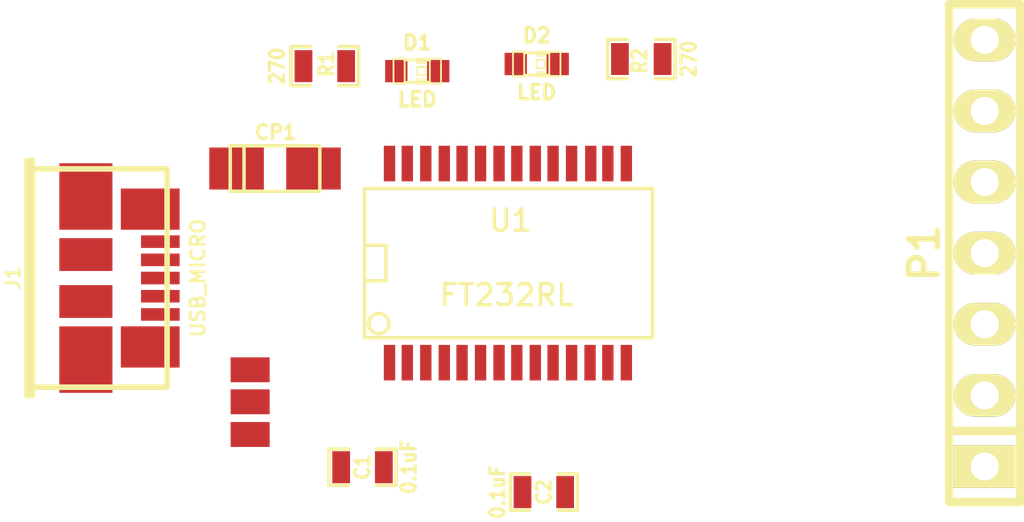
<source format=kicad_pcb>
(kicad_pcb (version 3) (host pcbnew "(2013-may-18)-stable")

  (general
    (links 30)
    (no_connects 30)
    (area 0 0 0 0)
    (thickness 1.6002)
    (drawings 0)
    (tracks 0)
    (zones 0)
    (modules 11)
    (nets 16)
  )

  (page A4)
  (title_block 
    (title "OpenFTDI SMD")
    (rev 2.0)
    (company "Associazione Prometeo")
    (comment 1 www.openlabto.org)
  )

  (layers
    (15 Fronte signal)
    (0 Retro signal)
    (16 B.Adhes user)
    (17 F.Adhes user)
    (18 B.Paste user)
    (19 F.Paste user)
    (20 B.SilkS user)
    (21 F.SilkS user)
    (22 B.Mask user)
    (23 F.Mask user)
    (24 Dwgs.User user)
    (25 Cmts.User user)
    (26 Eco1.User user)
    (27 Eco2.User user)
    (28 Edge.Cuts user)
  )

  (setup
    (last_trace_width 0.254)
    (trace_clearance 0.254)
    (zone_clearance 0.508)
    (zone_45_only no)
    (trace_min 0.254)
    (segment_width 0.381)
    (edge_width 0.381)
    (via_size 0.889)
    (via_drill 0.635)
    (via_min_size 0.889)
    (via_min_drill 0.508)
    (uvia_size 0.508)
    (uvia_drill 0.127)
    (uvias_allowed yes)
    (uvia_min_size 0.508)
    (uvia_min_drill 0.127)
    (pcb_text_width 0.3048)
    (pcb_text_size 1.524 2.032)
    (mod_edge_width 0.381)
    (mod_text_size 1.524 1.524)
    (mod_text_width 0.3048)
    (pad_size 1.524 1.524)
    (pad_drill 0.8128)
    (pad_to_mask_clearance 0.254)
    (aux_axis_origin 0 0)
    (visible_elements FFFFFFBF)
    (pcbplotparams
      (layerselection 284983297)
      (usegerberextensions true)
      (excludeedgelayer true)
      (linewidth 0.150000)
      (plotframeref false)
      (viasonmask false)
      (mode 1)
      (useauxorigin false)
      (hpglpennumber 1)
      (hpglpenspeed 20)
      (hpglpendiameter 15)
      (hpglpenoverlay 0)
      (psnegative false)
      (psa4output false)
      (plotreference true)
      (plotvalue true)
      (plotothertext true)
      (plotinvisibletext false)
      (padsonsilk true)
      (subtractmaskfromsilk false)
      (outputformat 1)
      (mirror false)
      (drillshape 1)
      (scaleselection 1)
      (outputdirectory ./production_output))
  )

  (net 0 "")
  (net 1 +3.3V)
  (net 2 +5V)
  (net 3 /CST)
  (net 4 /DTR)
  (net 5 /POWER)
  (net 6 /RST)
  (net 7 /RXD)
  (net 8 /RXLED)
  (net 9 /TXD)
  (net 10 /TXLED)
  (net 11 GND)
  (net 12 N-000006)
  (net 13 N-000007)
  (net 14 N-000009)
  (net 15 N-000021)

  (net_class Default "Questo è il gruppo di collegamenti predefinito"
    (clearance 0.254)
    (trace_width 0.254)
    (via_dia 0.889)
    (via_drill 0.635)
    (uvia_dia 0.508)
    (uvia_drill 0.127)
    (add_net "")
    (add_net +3.3V)
    (add_net +5V)
    (add_net /CST)
    (add_net /DTR)
    (add_net /POWER)
    (add_net /RST)
    (add_net /RXD)
    (add_net /RXLED)
    (add_net /TXD)
    (add_net /TXLED)
    (add_net GND)
    (add_net N-000006)
    (add_net N-000007)
    (add_net N-000009)
    (add_net N-000021)
  )

  (module SSOP28 (layer Fronte) (tedit 3D81AA31) (tstamp 52797048)
    (at 158.5214 75.4888)
    (descr "SSOP 28 pins")
    (tags "CMS SSOP SMD")
    (path /506A1194)
    (attr smd)
    (fp_text reference U1 (at 0.127 -1.524) (layer F.SilkS)
      (effects (font (size 0.762 0.762) (thickness 0.127)))
    )
    (fp_text value FT232RL (at 0 1.143) (layer F.SilkS)
      (effects (font (size 0.762 0.762) (thickness 0.127)))
    )
    (fp_circle (center -4.572 2.159) (end -4.826 1.905) (layer F.SilkS) (width 0.127))
    (fp_line (start -5.08 -0.635) (end -4.318 -0.635) (layer F.SilkS) (width 0.127))
    (fp_line (start -4.318 -0.635) (end -4.318 0.635) (layer F.SilkS) (width 0.127))
    (fp_line (start -4.318 0.635) (end -5.08 0.635) (layer F.SilkS) (width 0.127))
    (fp_line (start 5.207 2.667) (end -5.08 2.667) (layer F.SilkS) (width 0.127))
    (fp_line (start -5.08 -2.667) (end 5.207 -2.667) (layer F.SilkS) (width 0.127))
    (fp_line (start -5.08 -2.667) (end -5.08 2.667) (layer F.SilkS) (width 0.127))
    (fp_line (start 5.207 -2.667) (end 5.207 2.667) (layer F.SilkS) (width 0.127))
    (pad 1 smd rect (at -4.191 3.556) (size 0.4064 1.27)
      (layers Fronte F.Paste F.Mask)
      (net 9 /TXD)
    )
    (pad 2 smd rect (at -3.556 3.556) (size 0.4064 1.27)
      (layers Fronte F.Paste F.Mask)
      (net 4 /DTR)
    )
    (pad 3 smd rect (at -2.8956 3.556) (size 0.4064 1.27)
      (layers Fronte F.Paste F.Mask)
    )
    (pad 4 smd rect (at -2.2352 3.556) (size 0.4064 1.27)
      (layers Fronte F.Paste F.Mask)
      (net 5 /POWER)
    )
    (pad 5 smd rect (at -1.6002 3.556) (size 0.4064 1.27)
      (layers Fronte F.Paste F.Mask)
      (net 7 /RXD)
    )
    (pad 6 smd rect (at -0.9398 3.556) (size 0.4064 1.27)
      (layers Fronte F.Paste F.Mask)
    )
    (pad 7 smd rect (at -0.2794 3.556) (size 0.4064 1.27)
      (layers Fronte F.Paste F.Mask)
      (net 11 GND)
    )
    (pad 8 smd rect (at 0.3556 3.556) (size 0.4064 1.27)
      (layers Fronte F.Paste F.Mask)
    )
    (pad 9 smd rect (at 1.016 3.556) (size 0.4064 1.27)
      (layers Fronte F.Paste F.Mask)
    )
    (pad 10 smd rect (at 1.651 3.556) (size 0.4064 1.27)
      (layers Fronte F.Paste F.Mask)
    )
    (pad 11 smd rect (at 2.3114 3.556) (size 0.4064 1.27)
      (layers Fronte F.Paste F.Mask)
      (net 3 /CST)
    )
    (pad 12 smd rect (at 2.9718 3.556) (size 0.4064 1.27)
      (layers Fronte F.Paste F.Mask)
    )
    (pad 13 smd rect (at 3.6068 3.556) (size 0.4064 1.27)
      (layers Fronte F.Paste F.Mask)
    )
    (pad 14 smd rect (at 4.2672 3.556) (size 0.4064 1.27)
      (layers Fronte F.Paste F.Mask)
    )
    (pad 15 smd rect (at 4.2672 -3.556) (size 0.4064 1.27)
      (layers Fronte F.Paste F.Mask)
      (net 14 N-000009)
    )
    (pad 16 smd rect (at 3.6068 -3.556) (size 0.4064 1.27)
      (layers Fronte F.Paste F.Mask)
      (net 15 N-000021)
    )
    (pad 17 smd rect (at 2.9972 -3.556) (size 0.4064 1.27)
      (layers Fronte F.Paste F.Mask)
      (net 1 +3.3V)
    )
    (pad 18 smd rect (at 2.3114 -3.556) (size 0.4064 1.27)
      (layers Fronte F.Paste F.Mask)
      (net 11 GND)
    )
    (pad 19 smd rect (at 1.651 -3.556) (size 0.4064 1.27)
      (layers Fronte F.Paste F.Mask)
      (net 6 /RST)
    )
    (pad 20 smd rect (at 1.016 -3.556) (size 0.4064 1.27)
      (layers Fronte F.Paste F.Mask)
      (net 2 +5V)
    )
    (pad 21 smd rect (at 0.3556 -3.556) (size 0.4064 1.27)
      (layers Fronte F.Paste F.Mask)
      (net 11 GND)
    )
    (pad 22 smd rect (at -0.2794 -3.556) (size 0.4064 1.27)
      (layers Fronte F.Paste F.Mask)
      (net 8 /RXLED)
    )
    (pad 23 smd rect (at -0.9398 -3.556) (size 0.4064 1.27)
      (layers Fronte F.Paste F.Mask)
      (net 10 /TXLED)
    )
    (pad 24 smd rect (at -1.6002 -3.556) (size 0.4064 1.27)
      (layers Fronte F.Paste F.Mask)
    )
    (pad 25 smd rect (at -2.2352 -3.556) (size 0.4064 1.27)
      (layers Fronte F.Paste F.Mask)
      (net 11 GND)
    )
    (pad 26 smd rect (at -2.8956 -3.556) (size 0.4064 1.27)
      (layers Fronte F.Paste F.Mask)
      (net 11 GND)
    )
    (pad 27 smd rect (at -3.556 -3.556) (size 0.4064 1.27)
      (layers Fronte F.Paste F.Mask)
    )
    (pad 28 smd rect (at -4.191 -3.556) (size 0.4064 1.27)
      (layers Fronte F.Paste F.Mask)
    )
    (model smd/cms_soj28.wrl
      (at (xyz 0 0 0))
      (scale (xyz 0.256 0.5 0.25))
      (rotate (xyz 0 0 0))
    )
  )

  (module SM0603_Resistor (layer Fronte) (tedit 5051B21B) (tstamp 52797054)
    (at 163.322 68.199 180)
    (path /506C871A)
    (attr smd)
    (fp_text reference R2 (at 0.0635 -0.0635 270) (layer F.SilkS)
      (effects (font (size 0.50038 0.4572) (thickness 0.1143)))
    )
    (fp_text value 270 (at -1.69926 0 270) (layer F.SilkS)
      (effects (font (size 0.508 0.4572) (thickness 0.1143)))
    )
    (fp_line (start -0.50038 -0.6985) (end -1.2065 -0.6985) (layer F.SilkS) (width 0.127))
    (fp_line (start -1.2065 -0.6985) (end -1.2065 0.6985) (layer F.SilkS) (width 0.127))
    (fp_line (start -1.2065 0.6985) (end -0.50038 0.6985) (layer F.SilkS) (width 0.127))
    (fp_line (start 1.2065 -0.6985) (end 0.50038 -0.6985) (layer F.SilkS) (width 0.127))
    (fp_line (start 1.2065 -0.6985) (end 1.2065 0.6985) (layer F.SilkS) (width 0.127))
    (fp_line (start 1.2065 0.6985) (end 0.50038 0.6985) (layer F.SilkS) (width 0.127))
    (pad 1 smd rect (at -0.762 0 180) (size 0.635 1.143)
      (layers Fronte F.Paste F.Mask)
      (net 2 +5V)
    )
    (pad 2 smd rect (at 0.762 0 180) (size 0.635 1.143)
      (layers Fronte F.Paste F.Mask)
      (net 13 N-000007)
    )
    (model smd\resistors\R0603.wrl
      (at (xyz 0 0 0.001))
      (scale (xyz 0.5 0.5 0.5))
      (rotate (xyz 0 0 0))
    )
  )

  (module SM0603_Resistor (layer Fronte) (tedit 5051B21B) (tstamp 52797060)
    (at 152.019 68.453)
    (path /506C8713)
    (attr smd)
    (fp_text reference R1 (at 0.0635 -0.0635 90) (layer F.SilkS)
      (effects (font (size 0.50038 0.4572) (thickness 0.1143)))
    )
    (fp_text value 270 (at -1.69926 0 90) (layer F.SilkS)
      (effects (font (size 0.508 0.4572) (thickness 0.1143)))
    )
    (fp_line (start -0.50038 -0.6985) (end -1.2065 -0.6985) (layer F.SilkS) (width 0.127))
    (fp_line (start -1.2065 -0.6985) (end -1.2065 0.6985) (layer F.SilkS) (width 0.127))
    (fp_line (start -1.2065 0.6985) (end -0.50038 0.6985) (layer F.SilkS) (width 0.127))
    (fp_line (start 1.2065 -0.6985) (end 0.50038 -0.6985) (layer F.SilkS) (width 0.127))
    (fp_line (start 1.2065 -0.6985) (end 1.2065 0.6985) (layer F.SilkS) (width 0.127))
    (fp_line (start 1.2065 0.6985) (end 0.50038 0.6985) (layer F.SilkS) (width 0.127))
    (pad 1 smd rect (at -0.762 0) (size 0.635 1.143)
      (layers Fronte F.Paste F.Mask)
      (net 2 +5V)
    )
    (pad 2 smd rect (at 0.762 0) (size 0.635 1.143)
      (layers Fronte F.Paste F.Mask)
      (net 12 N-000006)
    )
    (model smd\resistors\R0603.wrl
      (at (xyz 0 0 0.001))
      (scale (xyz 0.5 0.5 0.5))
      (rotate (xyz 0 0 0))
    )
  )

  (module SM0603_Capa (layer Fronte) (tedit 5051B1EC) (tstamp 5279706C)
    (at 159.8422 83.6676)
    (path /506A15E1)
    (attr smd)
    (fp_text reference C2 (at 0 0 90) (layer F.SilkS)
      (effects (font (size 0.508 0.4572) (thickness 0.1143)))
    )
    (fp_text value 0.1uF (at -1.651 0 90) (layer F.SilkS)
      (effects (font (size 0.508 0.4572) (thickness 0.1143)))
    )
    (fp_line (start 0.50038 0.65024) (end 1.19888 0.65024) (layer F.SilkS) (width 0.11938))
    (fp_line (start -0.50038 0.65024) (end -1.19888 0.65024) (layer F.SilkS) (width 0.11938))
    (fp_line (start 0.50038 -0.65024) (end 1.19888 -0.65024) (layer F.SilkS) (width 0.11938))
    (fp_line (start -1.19888 -0.65024) (end -0.50038 -0.65024) (layer F.SilkS) (width 0.11938))
    (fp_line (start 1.19888 -0.635) (end 1.19888 0.635) (layer F.SilkS) (width 0.11938))
    (fp_line (start -1.19888 0.635) (end -1.19888 -0.635) (layer F.SilkS) (width 0.11938))
    (pad 1 smd rect (at -0.762 0) (size 0.635 1.143)
      (layers Fronte F.Paste F.Mask)
      (net 11 GND)
    )
    (pad 2 smd rect (at 0.762 0) (size 0.635 1.143)
      (layers Fronte F.Paste F.Mask)
      (net 1 +3.3V)
    )
    (model smd\capacitors\C0603.wrl
      (at (xyz 0 0 0.001))
      (scale (xyz 0.5 0.5 0.5))
      (rotate (xyz 0 0 0))
    )
  )

  (module SM0603_Capa (layer Fronte) (tedit 5051B1EC) (tstamp 52797078)
    (at 153.3652 82.7786 180)
    (path /506A14A2)
    (attr smd)
    (fp_text reference C1 (at 0 0 270) (layer F.SilkS)
      (effects (font (size 0.508 0.4572) (thickness 0.1143)))
    )
    (fp_text value 0.1uF (at -1.651 0 270) (layer F.SilkS)
      (effects (font (size 0.508 0.4572) (thickness 0.1143)))
    )
    (fp_line (start 0.50038 0.65024) (end 1.19888 0.65024) (layer F.SilkS) (width 0.11938))
    (fp_line (start -0.50038 0.65024) (end -1.19888 0.65024) (layer F.SilkS) (width 0.11938))
    (fp_line (start 0.50038 -0.65024) (end 1.19888 -0.65024) (layer F.SilkS) (width 0.11938))
    (fp_line (start -1.19888 -0.65024) (end -0.50038 -0.65024) (layer F.SilkS) (width 0.11938))
    (fp_line (start 1.19888 -0.635) (end 1.19888 0.635) (layer F.SilkS) (width 0.11938))
    (fp_line (start -1.19888 0.635) (end -1.19888 -0.635) (layer F.SilkS) (width 0.11938))
    (pad 1 smd rect (at -0.762 0 180) (size 0.635 1.143)
      (layers Fronte F.Paste F.Mask)
      (net 11 GND)
    )
    (pad 2 smd rect (at 0.762 0 180) (size 0.635 1.143)
      (layers Fronte F.Paste F.Mask)
      (net 2 +5V)
    )
    (model smd\capacitors\C0603.wrl
      (at (xyz 0 0 0.001))
      (scale (xyz 0.5 0.5 0.5))
      (rotate (xyz 0 0 0))
    )
  )

  (module pin_strip_7 (layer Fronte) (tedit 4B90DFA8) (tstamp 52797088)
    (at 175.5902 75.1332 90)
    (descr "Pin strip 7pin")
    (tags "CONN DEV")
    (path /5075EA9B)
    (fp_text reference P1 (at 0 -2.159 90) (layer F.SilkS)
      (effects (font (size 1.016 1.016) (thickness 0.2032)))
    )
    (fp_text value CONN_7 (at 0.254 -3.556 90) (layer F.SilkS) hide
      (effects (font (size 1.016 0.889) (thickness 0.2032)))
    )
    (fp_line (start -6.35 -1.27) (end -6.35 1.27) (layer F.SilkS) (width 0.3048))
    (fp_line (start -8.89 1.27) (end 8.89 1.27) (layer F.SilkS) (width 0.3048))
    (fp_line (start 8.89 -1.27) (end -8.89 -1.27) (layer F.SilkS) (width 0.3048))
    (fp_line (start -8.89 1.27) (end -8.89 -1.27) (layer F.SilkS) (width 0.3048))
    (fp_line (start 8.89 -1.27) (end 8.89 1.27) (layer F.SilkS) (width 0.3048))
    (pad 1 thru_hole rect (at -7.62 0 90) (size 1.524 2.19964) (drill 1.00076)
      (layers *.Cu *.Mask F.SilkS)
      (net 11 GND)
    )
    (pad 2 thru_hole oval (at -5.08 0 90) (size 1.524 2.19964) (drill 1.00076)
      (layers *.Cu *.Mask F.SilkS)
      (net 5 /POWER)
    )
    (pad 3 thru_hole oval (at -2.54 0 90) (size 1.524 2.19964) (drill 1.00076)
      (layers *.Cu *.Mask F.SilkS)
      (net 6 /RST)
    )
    (pad 4 thru_hole oval (at 0 0 90) (size 1.524 2.19964) (drill 1.00076)
      (layers *.Cu *.Mask F.SilkS)
      (net 3 /CST)
    )
    (pad 5 thru_hole oval (at 2.54 0 90) (size 1.524 2.19964) (drill 1.00076)
      (layers *.Cu *.Mask F.SilkS)
      (net 4 /DTR)
    )
    (pad 6 thru_hole oval (at 5.08 0 90) (size 1.524 2.19964) (drill 1.00076)
      (layers *.Cu *.Mask F.SilkS)
      (net 7 /RXD)
    )
    (pad 7 thru_hole oval (at 7.62 0 90) (size 1.524 2.19964) (drill 1.00076)
      (layers *.Cu *.Mask F.SilkS)
      (net 9 /TXD)
    )
    (model walter/pin_strip/pin_strip_7.wrl
      (at (xyz 0 0 0))
      (scale (xyz 1 1 1))
      (rotate (xyz 0 0 0))
    )
  )

  (module LED-0603 (layer Fronte) (tedit 4E16AFB4) (tstamp 527970A4)
    (at 159.5882 68.3768)
    (descr "LED 0603 smd package")
    (tags "LED led 0603 SMD smd SMT smt smdled SMDLED smtled SMTLED")
    (path /506C86DE)
    (attr smd)
    (fp_text reference D2 (at 0 -1.016) (layer F.SilkS)
      (effects (font (size 0.508 0.508) (thickness 0.127)))
    )
    (fp_text value LED (at 0 1.016) (layer F.SilkS)
      (effects (font (size 0.508 0.508) (thickness 0.127)))
    )
    (fp_line (start 0.44958 -0.44958) (end 0.44958 0.44958) (layer F.SilkS) (width 0.06604))
    (fp_line (start 0.44958 0.44958) (end 0.84836 0.44958) (layer F.SilkS) (width 0.06604))
    (fp_line (start 0.84836 -0.44958) (end 0.84836 0.44958) (layer F.SilkS) (width 0.06604))
    (fp_line (start 0.44958 -0.44958) (end 0.84836 -0.44958) (layer F.SilkS) (width 0.06604))
    (fp_line (start -0.84836 -0.44958) (end -0.84836 0.44958) (layer F.SilkS) (width 0.06604))
    (fp_line (start -0.84836 0.44958) (end -0.44958 0.44958) (layer F.SilkS) (width 0.06604))
    (fp_line (start -0.44958 -0.44958) (end -0.44958 0.44958) (layer F.SilkS) (width 0.06604))
    (fp_line (start -0.84836 -0.44958) (end -0.44958 -0.44958) (layer F.SilkS) (width 0.06604))
    (fp_line (start 0 -0.44958) (end 0 -0.29972) (layer F.SilkS) (width 0.06604))
    (fp_line (start 0 -0.29972) (end 0.29972 -0.29972) (layer F.SilkS) (width 0.06604))
    (fp_line (start 0.29972 -0.44958) (end 0.29972 -0.29972) (layer F.SilkS) (width 0.06604))
    (fp_line (start 0 -0.44958) (end 0.29972 -0.44958) (layer F.SilkS) (width 0.06604))
    (fp_line (start 0 0.29972) (end 0 0.44958) (layer F.SilkS) (width 0.06604))
    (fp_line (start 0 0.44958) (end 0.29972 0.44958) (layer F.SilkS) (width 0.06604))
    (fp_line (start 0.29972 0.29972) (end 0.29972 0.44958) (layer F.SilkS) (width 0.06604))
    (fp_line (start 0 0.29972) (end 0.29972 0.29972) (layer F.SilkS) (width 0.06604))
    (fp_line (start 0 -0.14986) (end 0 0.14986) (layer F.SilkS) (width 0.06604))
    (fp_line (start 0 0.14986) (end 0.29972 0.14986) (layer F.SilkS) (width 0.06604))
    (fp_line (start 0.29972 -0.14986) (end 0.29972 0.14986) (layer F.SilkS) (width 0.06604))
    (fp_line (start 0 -0.14986) (end 0.29972 -0.14986) (layer F.SilkS) (width 0.06604))
    (fp_line (start 0.44958 -0.39878) (end -0.44958 -0.39878) (layer F.SilkS) (width 0.1016))
    (fp_line (start 0.44958 0.39878) (end -0.44958 0.39878) (layer F.SilkS) (width 0.1016))
    (pad 1 smd rect (at -0.7493 0) (size 0.79756 0.79756)
      (layers Fronte F.Paste F.Mask)
      (net 13 N-000007)
    )
    (pad 2 smd rect (at 0.7493 0) (size 0.79756 0.79756)
      (layers Fronte F.Paste F.Mask)
      (net 8 /RXLED)
    )
  )

  (module LED-0603 (layer Fronte) (tedit 4E16AFB4) (tstamp 527970C0)
    (at 155.321 68.6308)
    (descr "LED 0603 smd package")
    (tags "LED led 0603 SMD smd SMT smt smdled SMDLED smtled SMTLED")
    (path /506C86AA)
    (attr smd)
    (fp_text reference D1 (at 0 -1.016) (layer F.SilkS)
      (effects (font (size 0.508 0.508) (thickness 0.127)))
    )
    (fp_text value LED (at 0 1.016) (layer F.SilkS)
      (effects (font (size 0.508 0.508) (thickness 0.127)))
    )
    (fp_line (start 0.44958 -0.44958) (end 0.44958 0.44958) (layer F.SilkS) (width 0.06604))
    (fp_line (start 0.44958 0.44958) (end 0.84836 0.44958) (layer F.SilkS) (width 0.06604))
    (fp_line (start 0.84836 -0.44958) (end 0.84836 0.44958) (layer F.SilkS) (width 0.06604))
    (fp_line (start 0.44958 -0.44958) (end 0.84836 -0.44958) (layer F.SilkS) (width 0.06604))
    (fp_line (start -0.84836 -0.44958) (end -0.84836 0.44958) (layer F.SilkS) (width 0.06604))
    (fp_line (start -0.84836 0.44958) (end -0.44958 0.44958) (layer F.SilkS) (width 0.06604))
    (fp_line (start -0.44958 -0.44958) (end -0.44958 0.44958) (layer F.SilkS) (width 0.06604))
    (fp_line (start -0.84836 -0.44958) (end -0.44958 -0.44958) (layer F.SilkS) (width 0.06604))
    (fp_line (start 0 -0.44958) (end 0 -0.29972) (layer F.SilkS) (width 0.06604))
    (fp_line (start 0 -0.29972) (end 0.29972 -0.29972) (layer F.SilkS) (width 0.06604))
    (fp_line (start 0.29972 -0.44958) (end 0.29972 -0.29972) (layer F.SilkS) (width 0.06604))
    (fp_line (start 0 -0.44958) (end 0.29972 -0.44958) (layer F.SilkS) (width 0.06604))
    (fp_line (start 0 0.29972) (end 0 0.44958) (layer F.SilkS) (width 0.06604))
    (fp_line (start 0 0.44958) (end 0.29972 0.44958) (layer F.SilkS) (width 0.06604))
    (fp_line (start 0.29972 0.29972) (end 0.29972 0.44958) (layer F.SilkS) (width 0.06604))
    (fp_line (start 0 0.29972) (end 0.29972 0.29972) (layer F.SilkS) (width 0.06604))
    (fp_line (start 0 -0.14986) (end 0 0.14986) (layer F.SilkS) (width 0.06604))
    (fp_line (start 0 0.14986) (end 0.29972 0.14986) (layer F.SilkS) (width 0.06604))
    (fp_line (start 0.29972 -0.14986) (end 0.29972 0.14986) (layer F.SilkS) (width 0.06604))
    (fp_line (start 0 -0.14986) (end 0.29972 -0.14986) (layer F.SilkS) (width 0.06604))
    (fp_line (start 0.44958 -0.39878) (end -0.44958 -0.39878) (layer F.SilkS) (width 0.1016))
    (fp_line (start 0.44958 0.39878) (end -0.44958 0.39878) (layer F.SilkS) (width 0.1016))
    (pad 1 smd rect (at -0.7493 0) (size 0.79756 0.79756)
      (layers Fronte F.Paste F.Mask)
      (net 12 N-000006)
    )
    (pad 2 smd rect (at 0.7493 0) (size 0.79756 0.79756)
      (layers Fronte F.Paste F.Mask)
      (net 10 /TXLED)
    )
  )

  (module JUMP_2_WITH_PASTE_2 (layer Fronte) (tedit 4D476B3B) (tstamp 527970C8)
    (at 149.352 80.1878 180)
    (path /510072E9)
    (fp_text reference SW1 (at 0 -2.79908 180) (layer F.SilkS) hide
      (effects (font (size 0.50038 0.50038) (thickness 0.10414)))
    )
    (fp_text value SWITCH_pad (at 0 2.286 180) (layer F.SilkS) hide
      (effects (font (size 0.50038 0.50038) (thickness 0.09906)))
    )
    (pad 1 smd rect (at 0 -0.254 180) (size 1.397 0.889)
      (layers Fronte F.Paste F.Mask)
      (net 5 /POWER)
    )
    (pad 2 smd rect (at 0 -1.4224 180) (size 1.397 0.889)
      (layers Fronte F.Paste F.Mask)
      (net 2 +5V)
    )
    (pad 3 smd rect (at 0 0.889 180) (size 1.397 0.889)
      (layers Fronte F.Paste F.Mask)
      (net 1 +3.3V)
    )
    (pad "" smd rect (at 0 -0.8001 270) (size 1.397 1.00076)
      (layers F.Paste)
    )
  )

  (module conn_usb_B_micro_smd (layer Fronte) (tedit 50432F3D) (tstamp 527970DF)
    (at 143.4846 76.0222 270)
    (descr "USB B micro SMD connector, Molex P/N 47346-0001")
    (path /51006D88)
    (fp_text reference J1 (at 0 2.60096 270) (layer F.SilkS)
      (effects (font (size 0.50038 0.50038) (thickness 0.09906)))
    )
    (fp_text value USB_MICRO (at 0 -4.0005 270) (layer F.SilkS)
      (effects (font (size 0.50038 0.50038) (thickness 0.09906)))
    )
    (fp_line (start -4.20116 1.99898) (end 4.20116 1.99898) (layer F.SilkS) (width 0.20066))
    (fp_line (start -4.20116 2.10058) (end 4.20116 2.10058) (layer F.SilkS) (width 0.20066))
    (fp_line (start 4.20116 2.10058) (end 4.20116 1.89992) (layer F.SilkS) (width 0.20066))
    (fp_line (start 4.20116 1.89992) (end -4.20116 1.89992) (layer F.SilkS) (width 0.20066))
    (fp_line (start -4.20116 1.89992) (end -4.20116 2.10058) (layer F.SilkS) (width 0.20066))
    (fp_line (start -3.8989 2.10058) (end -3.8989 -2.90068) (layer F.SilkS) (width 0.20066))
    (fp_line (start -3.8989 -2.90068) (end 3.8989 -2.90068) (layer F.SilkS) (width 0.20066))
    (fp_line (start 3.8989 -2.90068) (end 3.8989 2.10058) (layer F.SilkS) (width 0.20066))
    (pad "" smd rect (at -0.8382 0 270) (size 1.17348 1.89738)
      (layers Fronte F.Paste F.Mask)
    )
    (pad "" smd rect (at 0.8382 0 270) (size 1.17348 1.89738)
      (layers Fronte F.Paste F.Mask)
    )
    (pad "" smd rect (at 2.91338 0 270) (size 2.3749 1.89738)
      (layers Fronte F.Paste F.Mask)
    )
    (pad "" smd rect (at -2.91338 0 270) (size 2.3749 1.89738)
      (layers Fronte F.Paste F.Mask)
    )
    (pad "" smd rect (at 2.46126 -2.2987 270) (size 1.4732 2.10058)
      (layers Fronte F.Paste F.Mask)
    )
    (pad "" smd rect (at -2.46126 -2.2987 270) (size 1.4732 2.10058)
      (layers Fronte F.Paste F.Mask)
    )
    (pad 1 smd rect (at -1.30048 -2.65938 270) (size 0.44958 1.37922)
      (layers Fronte F.Paste F.Mask)
      (net 2 +5V)
    )
    (pad 2 smd rect (at -0.65024 -2.65938 270) (size 0.44958 1.37922)
      (layers Fronte F.Paste F.Mask)
      (net 15 N-000021)
    )
    (pad 3 smd rect (at 0 -2.65938 270) (size 0.44958 1.37922)
      (layers Fronte F.Paste F.Mask)
      (net 14 N-000009)
    )
    (pad 4 smd rect (at 0.65024 -2.65938 270) (size 0.44958 1.37922)
      (layers Fronte F.Paste F.Mask)
    )
    (pad 5 smd rect (at 1.30048 -2.65938 270) (size 0.44958 1.37922)
      (layers Fronte F.Paste F.Mask)
      (net 11 GND)
    )
    (model walter/conn_pc/usb_B_micro_smd.wrl
      (at (xyz 0 0 0))
      (scale (xyz 1 1 1))
      (rotate (xyz 0 0 0))
    )
  )

  (module c_tant_A (layer Fronte) (tedit 49F4C96B) (tstamp 527970EA)
    (at 150.241 72.1106)
    (descr "SMT capacitor, tantalum size A")
    (path /506A14D2)
    (fp_text reference CP1 (at 0.0254 -1.2954) (layer F.SilkS)
      (effects (font (size 0.50038 0.50038) (thickness 0.11938)))
    )
    (fp_text value 10uF (at 0 1.27) (layer F.SilkS) hide
      (effects (font (size 0.50038 0.50038) (thickness 0.11938)))
    )
    (fp_line (start -1.10744 0.8128) (end -1.10744 -0.8128) (layer F.SilkS) (width 0.127))
    (fp_line (start -1.6002 -0.8128) (end -1.6002 0.8128) (layer F.SilkS) (width 0.127))
    (fp_line (start -1.6002 0.8128) (end 1.6002 0.8128) (layer F.SilkS) (width 0.127))
    (fp_line (start 1.6002 0.8128) (end 1.6002 -0.8128) (layer F.SilkS) (width 0.127))
    (fp_line (start 1.6002 -0.8128) (end -1.6002 -0.8128) (layer F.SilkS) (width 0.127))
    (pad 2 smd rect (at 1.37414 0) (size 1.95072 1.50114)
      (layers Fronte F.Paste F.Mask)
      (net 11 GND)
    )
    (pad 1 smd rect (at -1.37414 0) (size 1.95072 1.50114)
      (layers Fronte F.Paste F.Mask)
      (net 2 +5V)
    )
    (model walter/smd_cap/c_tant_A.wrl
      (at (xyz 0 0 0))
      (scale (xyz 1 1 1))
      (rotate (xyz 0 0 0))
    )
  )

)

</source>
